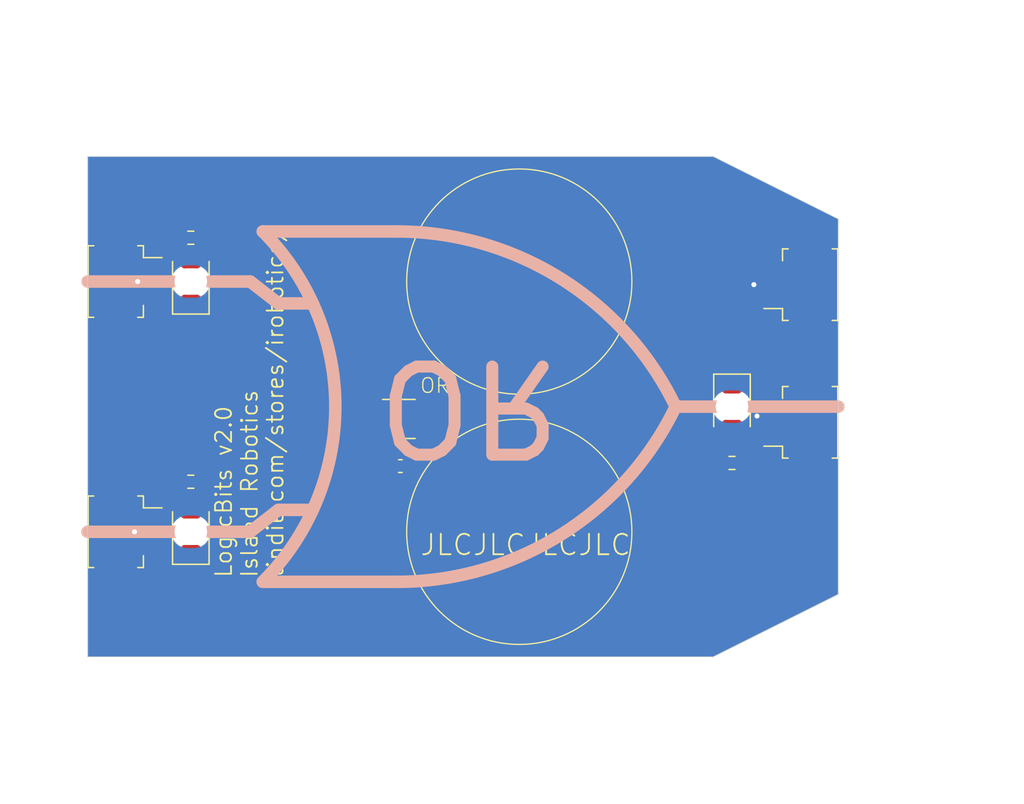
<source format=kicad_pcb>
(kicad_pcb (version 20240108) (generator "pcbnew") (generator_version "8.0")
  (layers (0 "F.Cu" signal) (31 "B.Cu" signal) (34 "B.Paste" user) (35 "F.Paste" user) (36 "B.SilkS" user "B.Silkscreen") (37 "F.SilkS" user "F.Silkscreen") (38 "B.Mask" user) (39 "F.Mask" user) (44 "Edge.Cuts" user))
  (net 0 "")
  (net 1 "GND")
  (net 2 "Net-(D1-A)")
  (net 3 "Net-(D2-A)")
  (net 4 "Net-(D3-A)")
  (net 5 "/A")
  (net 6 "/B")
  (net 7 "/Y")
  (net 8 "+5V")
  (footprint "Connector_Molex:Molex_PicoBlade_53261-0371_1x03-1MP_P1.25mm_Horizontal" (layer "F.Cu") (at 120.75 95 -90)
    (property "Reference" "J1" (hide yes))
    (property "Value" "Conn_01x03_Male" (hide yes))
    (fp_line (start -2.86 2.71) (end 2.86 2.71) (stroke (width 0.12)) (layer "F.SilkS"))
    (fp_line (start 2.86 2.71) (end 2.86 2.26) (stroke (width 0.12)) (layer "F.SilkS"))
    (fp_line (start -2.86 2.26) (end -2.86 2.71) (stroke (width 0.12)) (layer "F.SilkS"))
    (fp_line (start -2.86 -1.26) (end -2.86 -1.71) (stroke (width 0.12)) (layer "F.SilkS"))
    (fp_line (start 2.86 -1.26) (end 2.86 -1.71) (stroke (width 0.12)) (layer "F.SilkS"))
    (fp_line (start -2.86 -1.71) (end -1.91 -1.71) (stroke (width 0.12)) (layer "F.SilkS"))
    (fp_line (start -1.91 -1.71) (end -1.91 -3.2) (stroke (width 0.12)) (layer "F.SilkS"))
    (fp_line (start 2.86 -1.71) (end 1.91 -1.71) (stroke (width 0.12)) (layer "F.SilkS"))
    (pad "1" smd roundrect (at -1.25 -2.4 270) (size 0.8 1.6) (layers "F.Cu" "F.Paste" "F.Mask") (net 5 "/A"))
    (pad "2" smd roundrect (at 0 -2.4 270) (size 0.8 1.6) (layers "F.Cu" "F.Paste" "F.Mask") (net 1 "GND"))
    (pad "3" smd roundrect (at 1.25 -2.4 270) (size 0.8 1.6) (layers "F.Cu" "F.Paste" "F.Mask") (net 8 "+5V"))
    (pad "MP" smd roundrect (at -3.8 0.5 270) (size 2.1 3) (layers "F.Cu" "F.Paste" "F.Mask") (roundrect_rratio 0.1190480952))
    (pad "MP" smd roundrect (at 3.8 0.5 270) (size 2.1 3) (layers "F.Cu" "F.Paste" "F.Mask") (roundrect_rratio 0.1190480952))
  )
  (footprint "shurik-personal:LITE_ON_LTST_C230TBKT-LED_1206_3216Metric_ReverseMount" (layer "F.Cu") (at 126.25 115 90)
    (property "Reference" "D2" (hide yes))
    (property "Value" "LED" (hide yes))
    (fp_line (start 1.6 -1.46) (end -2.6 -1.46) (stroke (width 0.12)) (layer "F.SilkS"))
    (fp_line (start -2.6 -1.46) (end -2.6 1.46) (stroke (width 0.12)) (layer "F.SilkS"))
    (fp_line (start -2.6 1.46) (end 1.6 1.46) (stroke (width 0.12)) (layer "F.SilkS"))
    (pad "" np_thru_hole oval (at 0 0 90) (size 2.1 2.6) (drill oval 2.1 2.6) (layers "F&B.Cu" "*.Mask"))
    (pad "1" smd roundrect (at -1.8 0 90) (size 1.5 1.6) (layers "F.Cu" "F.Paste" "F.Mask") (roundrect_rratio 0.2) (net 1 "GND"))
    (pad "2" smd roundrect (at 1.8 0 90) (size 1.5 1.6) (layers "F.Cu" "F.Paste" "F.Mask") (roundrect_rratio 0.2) (net 3 "Net-(D2-A)"))
  )
  (footprint "Connector_Molex:Molex_PicoBlade_53261-0371_1x03-1MP_P1.25mm_Horizontal" (layer "F.Cu") (at 175.25 95.25 90)
    (property "Reference" "J4" (hide yes))
    (property "Value" "Conn_01x03_Male" (hide yes))
    (fp_line (start 2.86 -1.71) (end 1.91 -1.71) (stroke (width 0.12)) (layer "F.SilkS"))
    (fp_line (start -1.91 -1.71) (end -1.91 -3.2) (stroke (width 0.12)) (layer "F.SilkS"))
    (fp_line (start -2.86 -1.71) (end -1.91 -1.71) (stroke (width 0.12)) (layer "F.SilkS"))
    (fp_line (start 2.86 -1.26) (end 2.86 -1.71) (stroke (width 0.12)) (layer "F.SilkS"))
    (fp_line (start -2.86 -1.26) (end -2.86 -1.71) (stroke (width 0.12)) (layer "F.SilkS"))
    (fp_line (start -2.86 2.26) (end -2.86 2.71) (stroke (width 0.12)) (layer "F.SilkS"))
    (fp_line (start 2.86 2.71) (end 2.86 2.26) (stroke (width 0.12)) (layer "F.SilkS"))
    (fp_line (start -2.86 2.71) (end 2.86 2.71) (stroke (width 0.12)) (layer "F.SilkS"))
    (pad "1" smd roundrect (at -1.25 -2.4 90) (size 0.8 1.6) (layers "F.Cu" "F.Paste" "F.Mask") (net 7 "/Y"))
    (pad "2" smd roundrect (at 0 -2.4 90) (size 0.8 1.6) (layers "F.Cu" "F.Paste" "F.Mask") (net 1 "GND"))
    (pad "3" smd roundrect (at 1.25 -2.4 90) (size 0.8 1.6) (layers "F.Cu" "F.Paste" "F.Mask") (net 8 "+5V"))
    (pad "MP" smd roundrect (at -3.8 0.5 90) (size 2.1 3) (layers "F.Cu" "F.Paste" "F.Mask") (roundrect_rratio 0.1190480952))
    (pad "MP" smd roundrect (at 3.8 0.5 90) (size 2.1 3) (layers "F.Cu" "F.Paste" "F.Mask") (roundrect_rratio 0.1190480952))
  )
  (footprint "shurik-personal:LITE_ON_LTST_C230TBKT-LED_1206_3216Metric_ReverseMount" (layer "F.Cu") (at 169.5 105 -90)
    (property "Reference" "D3" (hide yes))
    (property "Value" "LED" (hide yes))
    (fp_line (start -2.6 1.46) (end 1.6 1.46) (stroke (width 0.12)) (layer "F.SilkS"))
    (fp_line (start -2.6 -1.46) (end -2.6 1.46) (stroke (width 0.12)) (layer "F.SilkS"))
    (fp_line (start 1.6 -1.46) (end -2.6 -1.46) (stroke (width 0.12)) (layer "F.SilkS"))
    (pad "" np_thru_hole oval (at 0 0 270) (size 2.1 2.6) (drill oval 2.1 2.6) (layers "F&B.Cu" "*.Mask"))
    (pad "1" smd roundrect (at -1.8 0 270) (size 1.5 1.6) (layers "F.Cu" "F.Paste" "F.Mask") (roundrect_rratio 0.2) (net 1 "GND"))
    (pad "2" smd roundrect (at 1.8 0 270) (size 1.5 1.6) (layers "F.Cu" "F.Paste" "F.Mask") (roundrect_rratio 0.2) (net 4 "Net-(D3-A)"))
  )
  (footprint "Package_TO_SOT_SMD:SOT-23-5" (layer "F.Cu") (at 143.3775 105.984)
    (property "Reference" "U1" (hide yes))
    (property "Value" "74LVC1G32" (hide yes))
    (fp_line (start 0 -1.56) (end -1.8 -1.56) (stroke (width 0.12)) (layer "F.SilkS"))
    (fp_line (start 0 -1.56) (end 0.8 -1.56) (stroke (width 0.12)) (layer "F.SilkS"))
    (fp_line (start 0 1.56) (end -0.8 1.56) (stroke (width 0.12)) (layer "F.SilkS"))
    (fp_line (start 0 1.56) (end 0.8 1.56) (stroke (width 0.12)) (layer "F.SilkS"))
    (pad "1" smd roundrect (at -1.1375 -0.95) (size 1.325 0.6) (layers "F.Cu" "F.Paste" "F.Mask") (net 5 "/A"))
    (pad "2" smd roundrect (at -1.1375 0) (size 1.325 0.6) (layers "F.Cu" "F.Paste" "F.Mask") (net 6 "/B"))
    (pad "3" smd roundrect (at -1.1375 0.95) (size 1.325 0.6) (layers "F.Cu" "F.Paste" "F.Mask") (net 1 "GND"))
    (pad "4" smd roundrect (at 1.1375 0.95) (size 1.325 0.6) (layers "F.Cu" "F.Paste" "F.Mask") (net 7 "/Y"))
    (pad "5" smd roundrect (at 1.1375 -0.95) (size 1.325 0.6) (layers "F.Cu" "F.Paste" "F.Mask") (net 8 "+5V"))
  )
  (footprint "shurik-personal:LITE_ON_LTST_C230TBKT-LED_1206_3216Metric_ReverseMount" (layer "F.Cu") (at 126.25 95 90)
    (property "Reference" "D1" (hide yes))
    (property "Value" "LED" (hide yes))
    (fp_line (start 1.6 -1.46) (end -2.6 -1.46) (stroke (width 0.12)) (layer "F.SilkS"))
    (fp_line (start -2.6 -1.46) (end -2.6 1.46) (stroke (width 0.12)) (layer "F.SilkS"))
    (fp_line (start -2.6 1.46) (end 1.6 1.46) (stroke (width 0.12)) (layer "F.SilkS"))
    (pad "" np_thru_hole oval (at 0 0 90) (size 2.1 2.6) (drill oval 2.1 2.6) (layers "F&B.Cu" "*.Mask"))
    (pad "1" smd roundrect (at -1.8 0 90) (size 1.5 1.6) (layers "F.Cu" "F.Paste" "F.Mask") (roundrect_rratio 0.2) (net 1 "GND"))
    (pad "2" smd roundrect (at 1.8 0 90) (size 1.5 1.6) (layers "F.Cu" "F.Paste" "F.Mask") (roundrect_rratio 0.2) (net 2 "Net-(D1-A)"))
  )
  (footprint "Resistor_SMD:R_0603_1608Metric" (layer "F.Cu") (at 169.5 109.5)
    (property "Reference" "R3" (hide yes))
    (property "Value" "330" (hide yes))
    (fp_line (start -0.237258 -0.5225) (end 0.237258 -0.5225) (stroke (width 0.12)) (layer "F.SilkS"))
    (fp_line (start -0.237258 0.5225) (end 0.237258 0.5225) (stroke (width 0.12)) (layer "F.SilkS"))
    (pad "1" smd roundrect (at -0.825 0) (size 0.8 0.95) (layers "F.Cu" "F.Paste" "F.Mask") (net 7 "/Y"))
    (pad "2" smd roundrect (at 0.825 0) (size 0.8 0.95) (layers "F.Cu" "F.Paste" "F.Mask") (net 4 "Net-(D3-A)"))
  )
  (footprint "Resistor_SMD:R_0603_1608Metric" (layer "F.Cu") (at 126.25 91.5)
    (property "Reference" "R1" (hide yes))
    (property "Value" "330" (hide yes))
    (fp_line (start -0.237258 -0.5225) (end 0.237258 -0.5225) (stroke (width 0.12)) (layer "F.SilkS"))
    (fp_line (start -0.237258 0.5225) (end 0.237258 0.5225) (stroke (width 0.12)) (layer "F.SilkS"))
    (pad "1" smd roundrect (at -0.825 0) (size 0.8 0.95) (layers "F.Cu" "F.Paste" "F.Mask") (net 5 "/A"))
    (pad "2" smd roundrect (at 0.825 0) (size 0.8 0.95) (layers "F.Cu" "F.Paste" "F.Mask") (net 2 "Net-(D1-A)"))
  )
  (footprint "Capacitor_SMD:C_0603_1608Metric" (layer "F.Cu") (at 143 109.75 180)
    (property "Reference" "C1" (hide yes))
    (property "Value" "100nF" (hide yes))
    (fp_line (start -0.14058 0.51) (end 0.14058 0.51) (stroke (width 0.12)) (layer "F.SilkS"))
    (fp_line (start -0.14058 -0.51) (end 0.14058 -0.51) (stroke (width 0.12)) (layer "F.SilkS"))
    (pad "1" smd roundrect (at -0.775 0 180) (size 0.9 0.95) (layers "F.Cu" "F.Paste" "F.Mask") (net 8 "+5V"))
    (pad "2" smd roundrect (at 0.775 0 180) (size 0.9 0.95) (layers "F.Cu" "F.Paste" "F.Mask") (net 1 "GND"))
  )
  (footprint "Connector_Molex:Molex_PicoBlade_53261-0371_1x03-1MP_P1.25mm_Horizontal" (layer "F.Cu") (at 175.25 106.25 90)
    (property "Reference" "J3" (hide yes))
    (property "Value" "Conn_01x03_Male" (hide yes))
    (fp_line (start 2.86 -1.71) (end 1.91 -1.71) (stroke (width 0.12)) (layer "F.SilkS"))
    (fp_line (start -1.91 -1.71) (end -1.91 -3.2) (stroke (width 0.12)) (layer "F.SilkS"))
    (fp_line (start -2.86 -1.71) (end -1.91 -1.71) (stroke (width 0.12)) (layer "F.SilkS"))
    (fp_line (start 2.86 -1.26) (end 2.86 -1.71) (stroke (width 0.12)) (layer "F.SilkS"))
    (fp_line (start -2.86 -1.26) (end -2.86 -1.71) (stroke (width 0.12)) (layer "F.SilkS"))
    (fp_line (start -2.86 2.26) (end -2.86 2.71) (stroke (width 0.12)) (layer "F.SilkS"))
    (fp_line (start 2.86 2.71) (end 2.86 2.26) (stroke (width 0.12)) (layer "F.SilkS"))
    (fp_line (start -2.86 2.71) (end 2.86 2.71) (stroke (width 0.12)) (layer "F.SilkS"))
    (pad "1" smd roundrect (at -1.25 -2.4 90) (size 0.8 1.6) (layers "F.Cu" "F.Paste" "F.Mask") (net 7 "/Y"))
    (pad "2" smd roundrect (at 0 -2.4 90) (size 0.8 1.6) (layers "F.Cu" "F.Paste" "F.Mask") (net 1 "GND"))
    (pad "3" smd roundrect (at 1.25 -2.4 90) (size 0.8 1.6) (layers "F.Cu" "F.Paste" "F.Mask") (net 8 "+5V"))
    (pad "MP" smd roundrect (at -3.8 0.5 90) (size 2.1 3) (layers "F.Cu" "F.Paste" "F.Mask") (roundrect_rratio 0.1190480952))
    (pad "MP" smd roundrect (at 3.8 0.5 90) (size 2.1 3) (layers "F.Cu" "F.Paste" "F.Mask") (roundrect_rratio 0.1190480952))
  )
  (footprint "Connector_Molex:Molex_PicoBlade_53261-0371_1x03-1MP_P1.25mm_Horizontal" (layer "F.Cu") (at 120.75 115 -90)
    (property "Reference" "J2" (hide yes))
    (property "Value" "Conn_01x03_Male" (hide yes))
    (fp_line (start -2.86 2.71) (end 2.86 2.71) (stroke (width 0.12)) (layer "F.SilkS"))
    (fp_line (start 2.86 2.71) (end 2.86 2.26) (stroke (width 0.12)) (layer "F.SilkS"))
    (fp_line (start -2.86 2.26) (end -2.86 2.71) (stroke (width 0.12)) (layer "F.SilkS"))
    (fp_line (start -2.86 -1.26) (end -2.86 -1.71) (stroke (width 0.12)) (layer "F.SilkS"))
    (fp_line (start 2.86 -1.26) (end 2.86 -1.71) (stroke (width 0.12)) (layer "F.SilkS"))
    (fp_line (start -2.86 -1.71) (end -1.91 -1.71) (stroke (width 0.12)) (layer "F.SilkS"))
    (fp_line (start -1.91 -1.71) (end -1.91 -3.2) (stroke (width 0.12)) (layer "F.SilkS"))
    (fp_line (start 2.86 -1.71) (end 1.91 -1.71) (stroke (width 0.12)) (layer "F.SilkS"))
    (pad "1" smd roundrect (at -1.25 -2.4 270) (size 0.8 1.6) (layers "F.Cu" "F.Paste" "F.Mask") (net 6 "/B"))
    (pad "2" smd roundrect (at 0 -2.4 270) (size 0.8 1.6) (layers "F.Cu" "F.Paste" "F.Mask") (net 1 "GND"))
    (pad "3" smd roundrect (at 1.25 -2.4 270) (size 0.8 1.6) (layers "F.Cu" "F.Paste" "F.Mask") (net 8 "+5V"))
    (pad "MP" smd roundrect (at -3.8 0.5 270) (size 2.1 3) (layers "F.Cu" "F.Paste" "F.Mask") (roundrect_rratio 0.1190480952))
    (pad "MP" smd roundrect (at 3.8 0.5 270) (size 2.1 3) (layers "F.Cu" "F.Paste" "F.Mask") (roundrect_rratio 0.1190480952))
  )
  (footprint "Resistor_SMD:R_0603_1608Metric" (layer "F.Cu") (at 126.25 111)
    (property "Reference" "R2" (hide yes))
    (property "Value" "330" (hide yes))
    (fp_line (start -0.237258 -0.5225) (end 0.237258 -0.5225) (stroke (width 0.12)) (layer "F.SilkS"))
    (fp_line (start -0.237258 0.5225) (end 0.237258 0.5225) (stroke (width 0.12)) (layer "F.SilkS"))
    (pad "1" smd roundrect (at -0.825 0) (size 0.8 0.95) (layers "F.Cu" "F.Paste" "F.Mask") (net 6 "/B"))
    (pad "2" smd roundrect (at 0.825 0) (size 0.8 0.95) (layers "F.Cu" "F.Paste" "F.Mask") (net 3 "Net-(D2-A)"))
  )
  (gr_line (start 131 115) (end 127.75 115) (stroke (width 1)) (layer "B.SilkS"))
  (gr_line (start 133.25 96.75) (end 136 96.75) (stroke (width 1)) (layer "B.SilkS"))
  (gr_arc (start 142.5 91) (mid 155.780376 94.736895) (end 165 105) (stroke (width 1)) (layer "B.SilkS"))
  (gr_line (start 133.25 96.75) (end 131 95) (stroke (width 1)) (layer "B.SilkS"))
  (gr_line (start 127.75 95) (end 131 95) (stroke (width 1)) (layer "B.SilkS"))
  (gr_line (start 168.25 105) (end 165 105) (stroke (width 1)) (layer "B.SilkS"))
  (gr_line (start 118 115) (end 125 115) (stroke (width 1)) (layer "B.SilkS"))
  (gr_arc (start 165 105) (mid 155.780376 115.263105) (end 142.5 119) (stroke (width 1)) (layer "B.SilkS"))
  (gr_line (start 132 119) (end 142.5 119) (stroke (width 1)) (layer "B.SilkS"))
  (gr_line (start 131 115) (end 133.25 113.25) (stroke (width 1)) (layer "B.SilkS"))
  (gr_line (start 132 91) (end 142.5 91) (stroke (width 1)) (layer "B.SilkS"))
  (gr_arc (start 132 91) (mid 137.79899 105) (end 132 119) (stroke (width 1)) (layer "B.SilkS"))
  (gr_line (start 133.25 113.25) (end 136 113.25) (stroke (width 1)) (layer "B.SilkS"))
  (gr_line (start 124.75 95) (end 118 95) (stroke (width 1)) (layer "B.SilkS"))
  (gr_line (start 178 105) (end 171 105) (stroke (width 1)) (layer "B.SilkS"))
  (gr_circle (center 152.5011 115.0036) (end 161.5011 115.0036) (stroke (width 0.1)) (fill none) (layer "F.SilkS"))
  (gr_circle (center 152.5011 95.0036) (end 161.5011 95.0036) (stroke (width 0.1)) (fill none) (layer "F.SilkS"))
  (gr_line (start 168 85) (end 118 85) (stroke (width 0.05)) (layer "Edge.Cuts"))
  (gr_line (start 178 90) (end 168 85) (stroke (width 0.05)) (layer "Edge.Cuts"))
  (gr_line (start 118 125) (end 168 125) (stroke (width 0.05)) (layer "Edge.Cuts"))
  (gr_line (start 168 125) (end 178 120) (stroke (width 0.05)) (layer "Edge.Cuts"))
  (gr_line (start 118 85) (end 118 125) (stroke (width 0.05)) (layer "Edge.Cuts"))
  (gr_line (start 178 120) (end 178 90) (stroke (width 0.05)) (layer "Edge.Cuts"))
  (gr_text "OR" (at 148.5011 105.0036 -180) (layer "B.SilkS") (effects (font (size 7.04 7.04) (thickness 0.96)) (justify mirror)))
  (gr_text "JLCJLCJLCJLC" (at 144.5011 117.0036 0) (layer "F.SilkS") (effects (font (size 1.63576 1.63576) (thickness 0.14224)) (justify left bottom)))
  (gr_text "LogicBits v2.0\nIsland Robotics\ntindie.com/stores/irobotics/" (at 133.75 118.75 90) (layer "F.SilkS") (effects (font (size 1.28016 1.28016) (thickness 0.14224)) (justify left bottom)))
  (gr_text "OR" (at 144.5011 104.0036 0) (layer "F.SilkS") (effects (font (size 1.1684 1.1684) (thickness 0.1016)) (justify left bottom)))
  (segment (start 126.25 96.8) (end 125.55 96.8) (width 0.3) (layer "F.Cu") (net 1))
  (segment (start 123.15 115) (end 123.75 115) (width 0.3) (layer "F.Cu") (net 1))
  (segment (start 171.75 106.25) (end 171.5 106) (width 0.3) (layer "F.Cu") (net 1))
  (segment (start 123.15 95) (end 123.95007 95) (width 0.3) (layer "F.Cu") (net 1))
  (segment (start 123.15 115) (end 121.75 115) (width 0.3) (layer "F.Cu") (net 1))
  (segment (start 171.5 103.75) (end 172.8 102.45) (width 0.3) (layer "F.Cu") (net 1))
  (segment (start 171.5 105.75) (end 171.5 103.75) (width 0.3) (layer "F.Cu") (net 1))
  (segment (start 170.95 103.2) (end 169.5 103.2) (width 0.3) (layer "F.Cu") (net 1))
  (segment (start 123.75 115) (end 125.55 116.8) (width 0.3) (layer "F.Cu") (net 1))
  (segment (start 136.7 116.8) (end 142.25 111.25) (width 0.3) (layer "F.Cu") (net 1))
  (segment (start 142.25 111.25) (end 142.25 106.944) (width 0.3) (layer "F.Cu") (net 1))
  (segment (start 126.25 116.8) (end 136.7 116.8) (width 0.3) (layer "F.Cu") (net 1))
  (segment (start 172.85 106.25) (end 171.75 106.25) (width 0.3) (layer "F.Cu") (net 1))
  (segment (start 171.5 106) (end 171.5 105.75) (width 0.3) (layer "F.Cu") (net 1))
  (segment (start 123.15 95) (end 122 95) (width 0.3) (layer "F.Cu") (net 1))
  (segment (start 123.95007 95) (end 125.75007 96.8) (width 0.3) (layer "F.Cu") (net 1))
  (segment (start 172.85 95.25) (end 171.25 95.25) (width 0.3) (layer "F.Cu") (net 1))
  (segment (start 125.75007 96.8) (end 126.25 96.8) (width 0.3) (layer "F.Cu") (net 1))
  (segment (start 125.55 116.8) (end 126.25 116.8) (width 0.3) (layer "F.Cu") (net 1))
  (segment (start 171.5 103.75) (end 170.95 103.2) (width 0.3) (layer "F.Cu") (net 1))
  (segment (start 142.25 106.944) (end 142.24 106.934) (width 0.3) (layer "F.Cu") (net 1))
  (segment (start 172.8 102.45) (end 175.75 102.45) (width 0.3) (layer "F.Cu") (net 1))
  (via (at 122 95) (size 0.8) (drill 0.4) (layers "F.Cu" "B.Cu") (net 1))
  (via (at 171.5 105.75) (size 0.8) (drill 0.4) (layers "F.Cu" "B.Cu") (net 1))
  (via (at 121.75 115) (size 0.8) (drill 0.4) (layers "F.Cu" "B.Cu") (net 1))
  (via (at 171.25 95.25) (size 0.8) (drill 0.4) (layers "F.Cu" "B.Cu") (net 1))
  (segment (start 127.075 92.375) (end 126.25 93.2) (width 0.3) (layer "F.Cu") (net 2))
  (segment (start 127.075 91.5) (end 127.075 92.375) (width 0.3) (layer "F.Cu") (net 2))
  (segment (start 127.075 111) (end 127.075 112.375) (width 0.3) (layer "F.Cu") (net 3))
  (segment (start 127.075 112.375) (end 126.25 113.2) (width 0.3) (layer "F.Cu") (net 3))
  (segment (start 169.5 106.8) (end 169.5 107.8) (width 0.3) (layer "F.Cu") (net 4))
  (segment (start 170.325 108.625) (end 170.325 109.5) (width 0.3) (layer "F.Cu") (net 4))
  (segment (start 169.5 107.8) (end 170.325 108.625) (width 0.3) (layer "F.Cu") (net 4))
  (segment (start 142.24 99.24) (end 142.24 105.034) (width 0.3) (layer "F.Cu") (net 5))
  (segment (start 126.2 89.9) (end 132.9 89.9) (width 0.3) (layer "F.Cu") (net 5))
  (segment (start 123.15 93.75) (end 123.15 93.1) (width 0.3) (layer "F.Cu") (net 5))
  (segment (start 124.75 91.5) (end 125.425 91.5) (width 0.3) (layer "F.Cu") (net 5))
  (segment (start 125.425 91.5) (end 125.425 90.675) (width 0.3) (layer "F.Cu") (net 5))
  (segment (start 125.425 90.675) (end 126.2 89.9) (width 0.3) (layer "F.Cu") (net 5))
  (segment (start 132.9 89.9) (end 142.24 99.24) (width 0.3) (layer "F.Cu") (net 5))
  (segment (start 123.15 93.1) (end 124.75 91.5) (width 0.3) (layer "F.Cu") (net 5))
  (segment (start 123.15 112.6) (end 124.75 111) (width 0.3) (layer "F.Cu") (net 6))
  (segment (start 125.425 111) (end 125.425 110.825) (width 0.3) (layer "F.Cu") (net 6))
  (segment (start 130.266 105.984) (end 142.24 105.984) (width 0.3) (layer "F.Cu") (net 6))
  (segment (start 125.425 110.825) (end 130.266 105.984) (width 0.3) (layer "F.Cu") (net 6))
  (segment (start 124.75 111) (end 125.425 111) (width 0.3) (layer "F.Cu") (net 6))
  (segment (start 123.15 113.75) (end 123.15 112.6) (width 0.3) (layer "F.Cu") (net 6))
  (segment (start 171 110.75) (end 172.85 108.9) (width 0.3) (layer "F.Cu") (net 7))
  (segment (start 163.934 106.934) (end 163.934 102.566) (width 0.3) (layer "F.Cu") (net 7))
  (segment (start 168.75 110.75) (end 171 110.75) (width 0.3) (layer "F.Cu") (net 7))
  (segment (start 163.934 102.566) (end 170 96.5) (width 0.3) (layer "F.Cu") (net 7))
  (segment (start 163.934 106.934) (end 164 107) (width 0.3) (layer "F.Cu") (net 7))
  (segment (start 168.675 109.5) (end 168.675 110.675) (width 0.3) (layer "F.Cu") (net 7))
  (segment (start 172.85 108.9) (end 172.85 107.5) (width 0.3) (layer "F.Cu") (net 7))
  (segment (start 170 96.5) (end 172.85 96.5) (width 0.3) (layer "F.Cu") (net 7))
  (segment (start 167.75 110.75) (end 168.75 110.75) (width 0.3) (layer "F.Cu") (net 7))
  (segment (start 144.515 106.934) (end 163.934 106.934) (width 0.3) (layer "F.Cu") (net 7))
  (segment (start 168.675 110.675) (end 168.75 110.75) (width 0.3) (layer "F.Cu") (net 7))
  (segment (start 164 107) (end 167.75 110.75) (width 0.3) (layer "F.Cu") (net 7))
  (segment (start 143.4 106.149) (end 143.4 109.375) (width 0.3) (layer "F.Cu") (net 8))
  (segment (start 144.5 99.2) (end 144.5 105.019) (width 0.3) (layer "F.Cu") (net 8))
  (segment (start 173.5 105) (end 172.25 105) (width 0.3) (layer "F.Cu") (net 8))
  (segment (start 136.5 119) (end 143.7 111.8) (width 0.3) (layer "F.Cu") (net 8))
  (segment (start 172.85 105) (end 174.25 105) (width 0.3) (layer "F.Cu") (net 8))
  (segment (start 143.775 111.725) (end 143.775 109.75) (width 0.3) (layer "F.Cu") (net 8))
  (segment (start 144.515 105.034) (end 143.4 106.149) (width 0.3) (layer "F.Cu") (net 8))
  (segment (start 123.25 118) (end 124.25 119) (width 0.3) (layer "F.Cu") (net 8))
  (segment (start 123.25 116.35) (end 123.25 118) (width 0.3) (layer "F.Cu") (net 8))
  (segment (start 123.15 116.25) (end 123.25 116.35) (width 0.3) (layer "F.Cu") (net 8))
  (segment (start 149.7 94) (end 144.5 99.2) (width 0.3) (layer "F.Cu") (net 8))
  (segment (start 143.7 111.8) (end 143.775 111.725) (width 0.3) (layer "F.Cu") (net 8))
  (segment (start 174.75 108) (end 170.95 111.8) (width 0.3) (layer "F.Cu") (net 8))
  (segment (start 174.25 105) (end 174.75 105.5) (width 0.3) (layer "F.Cu") (net 8))
  (segment (start 124.25 119) (end 136.5 119) (width 0.3) (layer "F.Cu") (net 8))
  (segment (start 121 95.75) (end 121 94) (width 0.3) (layer "F.Cu") (net 8))
  (segment (start 144.5 105.019) (end 144.515 105.034) (width 0.3) (layer "F.Cu") (net 8))
  (segment (start 174.75 105.5) (end 174.75 108) (width 0.3) (layer "F.Cu") (net 8))
  (segment (start 143.775 109.75) (end 143.4 109.375) (width 0.3) (layer "F.Cu") (net 8))
  (segment (start 172.85 94) (end 149.7 94) (width 0.3) (layer "F.Cu") (net 8))
  (segment (start 133.5 88.2) (end 144.5 99.2) (width 0.3) (layer "F.Cu") (net 8))
  (segment (start 121 94) (end 126.8 88.2) (width 0.3) (layer "F.Cu") (net 8))
  (segment (start 123.15 96.25) (end 121.5 96.25) (width 0.3) (layer "F.Cu") (net 8))
  (segment (start 121.5 96.25) (end 121 95.75) (width 0.3) (layer "F.Cu") (net 8))
  (segment (start 126.8 88.2) (end 133.5 88.2) (width 0.3) (layer "F.Cu") (net 8))
  (segment (start 170.95 111.8) (end 143.7 111.8) (width 0.3) (layer "F.Cu") (net 8))
  (zone (net 1) (net_name "GND") (layer "B.Cu") (priority 6) (connect_pads (clearance 0.000001)) (min_thickness 0.1) (fill yes (thermal_gap 0.25) (thermal_bridge_width 0.25))
    (polygon (pts (xy 192.8511 89.693227) (xy 192.8511 118.813973) (xy 183 136.75) (xy 111 135.5) (xy 114.75 80.75) (xy 170.75 72.5)))
  )
)
</source>
